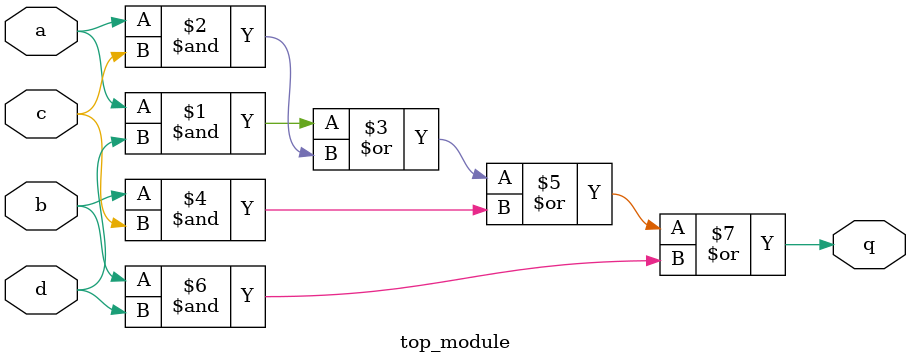
<source format=v>
module top_module (
    input a,
    input b,
    input c,
    input d,
    output q );//

    assign q = a&d | a&c | b&c | b&d;

endmodule

</source>
